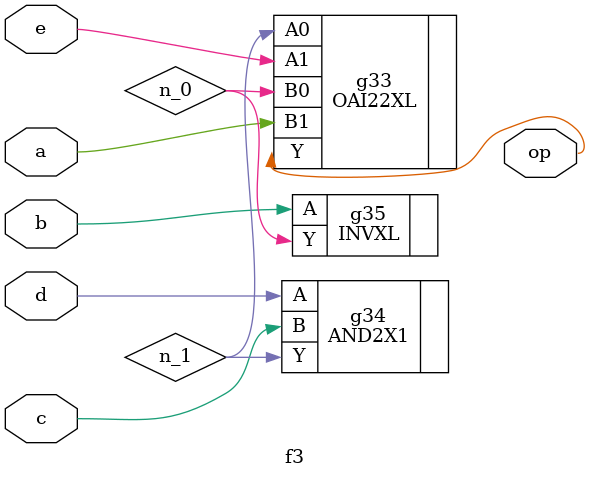
<source format=v>


// Verification Directory fv/f3 

module f3(a, b, c, d, e, op);
  input a, b, c, d, e;
  output op;
  wire a, b, c, d, e;
  wire op;
  wire n_0, n_1;
  OAI22XL g33(.A0 (n_1), .A1 (e), .B0 (n_0), .B1 (a), .Y (op));
  AND2X1 g34(.A (d), .B (c), .Y (n_1));
  INVXL g35(.A (b), .Y (n_0));
endmodule


</source>
